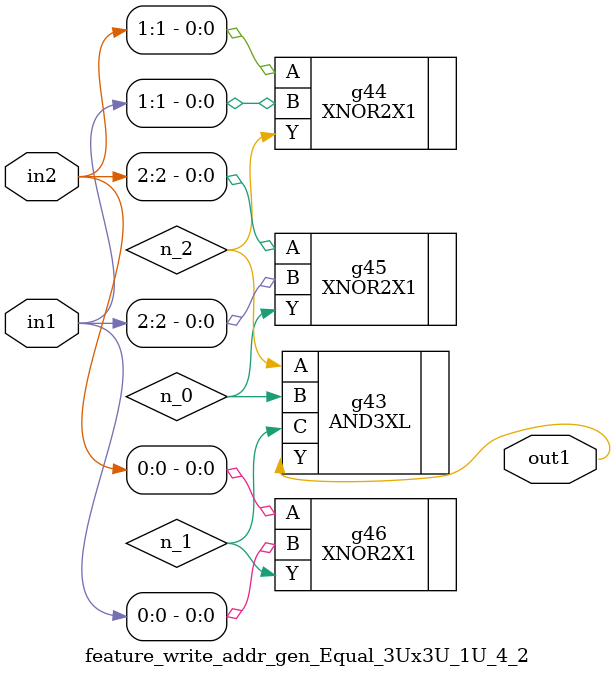
<source format=v>
`timescale 1ps / 1ps


module feature_write_addr_gen_Equal_3Ux3U_1U_4_2(in2, in1, out1);
  input [2:0] in2, in1;
  output out1;
  wire [2:0] in2, in1;
  wire out1;
  wire n_0, n_1, n_2;
  AND3XL g43(.A (n_2), .B (n_0), .C (n_1), .Y (out1));
  XNOR2X1 g44(.A (in2[1]), .B (in1[1]), .Y (n_2));
  XNOR2X1 g46(.A (in2[0]), .B (in1[0]), .Y (n_1));
  XNOR2X1 g45(.A (in2[2]), .B (in1[2]), .Y (n_0));
endmodule



</source>
